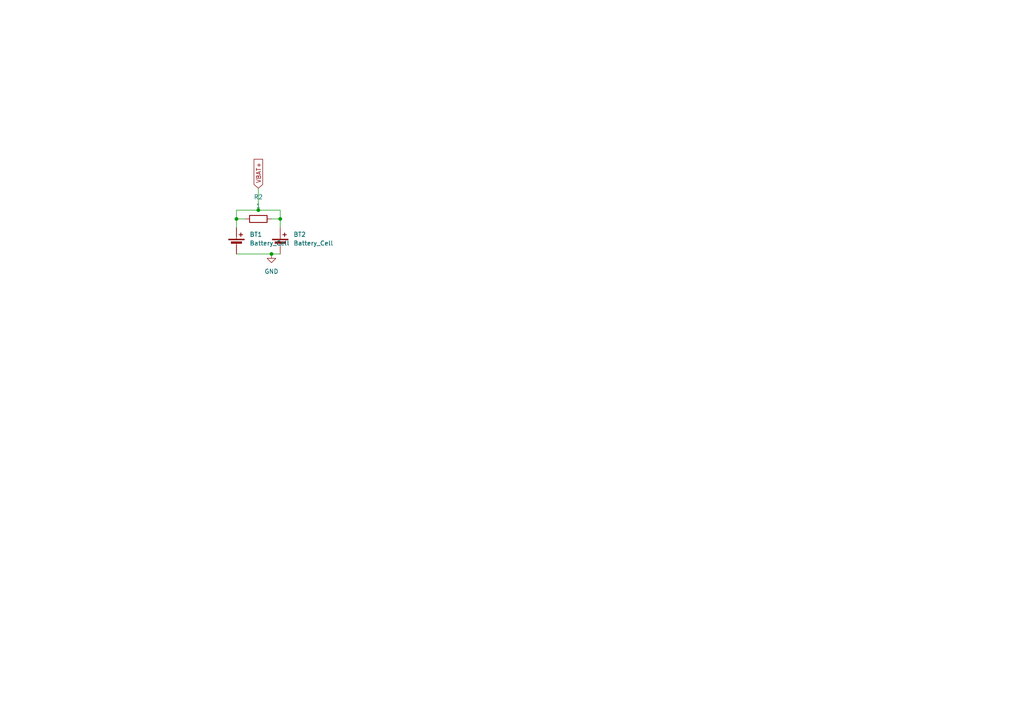
<source format=kicad_sch>
(kicad_sch (version 20250114) (generator "eeschema") (generator_version "9.0")
  (paper "A4")
  (lib_symbols
    (symbol "Device:Battery_Cell" (pin_numbers (hide yes)) (pin_names (offset 0) (hide yes))
      (property "Reference" "BT" (at 2.54 2.54 0))
      (property "Value" "Battery_Cell" (at 2.54 0 0))
      (symbol "Battery_Cell_0_1"
        (rectangle (start -2.286 1.778) (end 2.286 1.524) (fill (type outline)))
        (rectangle (start -1.524 1.016) (end 1.524 0.508) (fill (type outline)))
        (polyline (pts (xy 0 1.778) (xy 0 2.54)))
        (polyline (pts (xy 0 0.762) (xy 0 0)))
        (polyline (pts (xy 0.762 3.048) (xy 1.778 3.048)) (stroke (width 0.254)))
        (polyline (pts (xy 1.27 3.556) (xy 1.27 2.54)) (stroke (width 0.254)))
      )
      (symbol "Battery_Cell_1_1"
        (pin passive line (at 0 5.08 270) (length 2.54) (name "+") (number "1"))
        (pin passive line (at 0 -2.54 90) (length 2.54) (name "-") (number "2"))
      )
    )
    (symbol "Device:R" (pin_numbers (hide yes)) (pin_names (offset 0))
      (property "Reference" "R" (at 2.032 0 90))
      (property "Value" "R" (at 0 0 90))
      (symbol "R_0_1"
        (rectangle (start -1.016 -2.54) (end 1.016 2.54) (stroke (width 0.254)))
      )
      (symbol "R_1_1"
        (pin passive line (at 0 3.81 270) (length 1.27) (name "~") (number "1"))
        (pin passive line (at 0 -3.81 90) (length 1.27) (name "~") (number "2"))
      )
    )
    (symbol "power:GND" (power) (pin_numbers (hide yes)) (pin_names (offset 0) (hide yes))
      (property "Value" "GND" (at 0 -3.81 0))
      (symbol "GND_0_1"
        (polyline (pts (xy 0 0) (xy 0 -1.27) (xy 1.27 -1.27) (xy 0 -2.54) (xy -1.27 -1.27) (xy 0 -1.27)))
      )
      (symbol "GND_1_1"
        (pin power_in line (at 0 0 270) (length 0) (name "~") (number "1"))
      )
    )
  )
  (junction (at 78.74 73.66))
  (junction (at 68.58 63.5))
  (junction (at 74.93 60.96))
  (junction (at 81.28 63.5))
  (wire (pts (xy 68.58 60.96) (xy 74.93 60.96)))
  (wire (pts (xy 68.58 63.5) (xy 71.12 63.5)))
  (wire (pts (xy 68.58 66.04) (xy 68.58 63.5)))
  (wire (pts (xy 68.58 73.66) (xy 78.74 73.66)))
  (wire (pts (xy 68.58 63.5) (xy 68.58 60.96)))
  (wire (pts (xy 78.74 73.66) (xy 81.28 73.66)))
  (wire (pts (xy 81.28 66.04) (xy 81.28 63.5)))
  (wire (pts (xy 74.93 54.61) (xy 74.93 60.96)))
  (wire (pts (xy 81.28 63.5) (xy 81.28 60.96)))
  (wire (pts (xy 78.74 63.5) (xy 81.28 63.5)))
  (wire (pts (xy 81.28 60.96) (xy 74.93 60.96)))
  (global_label "VBAT+" (shape input) (at 74.93 54.61 90) (property "Intersheetrefs" "${INTERSHEET_REFS}" (effects (hide yes))))
  (symbol (lib_id "power:GND") (at 78.74 73.66 0) (unit 1)
    (property "Reference" "#PWR02" (effects (hide yes)))
    (property "Value" "GND" (at 78.74 78.74 0))
    (property "Description" "Power symbol creates a global label with name \"GND\" , ground" (effects (hide yes)))
  )
  (symbol (lib_id "Device:R") (at 74.93 63.5 90) (unit 1)
    (property "Reference" "R2" (at 74.93 57.15 90))
    (property "Value" "1" (at 74.93 59.69 90))
    (property "Description" "Resistor" (effects (hide yes)))
  )
  (symbol (lib_id "Device:Battery_Cell") (at 81.28 71.12 0) (unit 1)
    (property "Reference" "BT2" (at 85.09 68.0084 0) (effects (justify left)))
    (property "Value" "Battery_Cell" (at 85.09 70.5484 0) (effects (justify left)))
    (property "Description" "Single-cell battery" (effects (hide yes)))
  )
  (symbol (lib_id "Device:Battery_Cell") (at 68.58 71.12 0) (unit 1)
    (property "Reference" "BT1" (at 72.39 68.0084 0) (effects (justify left)))
    (property "Value" "Battery_Cell" (at 72.39 70.5484 0) (effects (justify left)))
    (property "Description" "Single-cell battery" (effects (hide yes)))
  )
)
</source>
